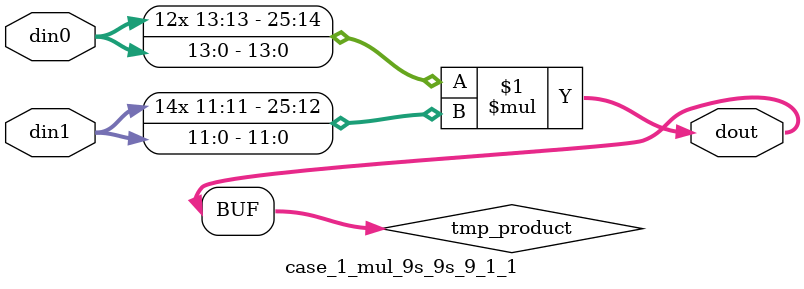
<source format=v>

`timescale 1 ns / 1 ps

 module case_1_mul_9s_9s_9_1_1(din0, din1, dout);
parameter ID = 1;
parameter NUM_STAGE = 0;
parameter din0_WIDTH = 14;
parameter din1_WIDTH = 12;
parameter dout_WIDTH = 26;

input [din0_WIDTH - 1 : 0] din0; 
input [din1_WIDTH - 1 : 0] din1; 
output [dout_WIDTH - 1 : 0] dout;

wire signed [dout_WIDTH - 1 : 0] tmp_product;



























assign tmp_product = $signed(din0) * $signed(din1);








assign dout = tmp_product;





















endmodule

</source>
